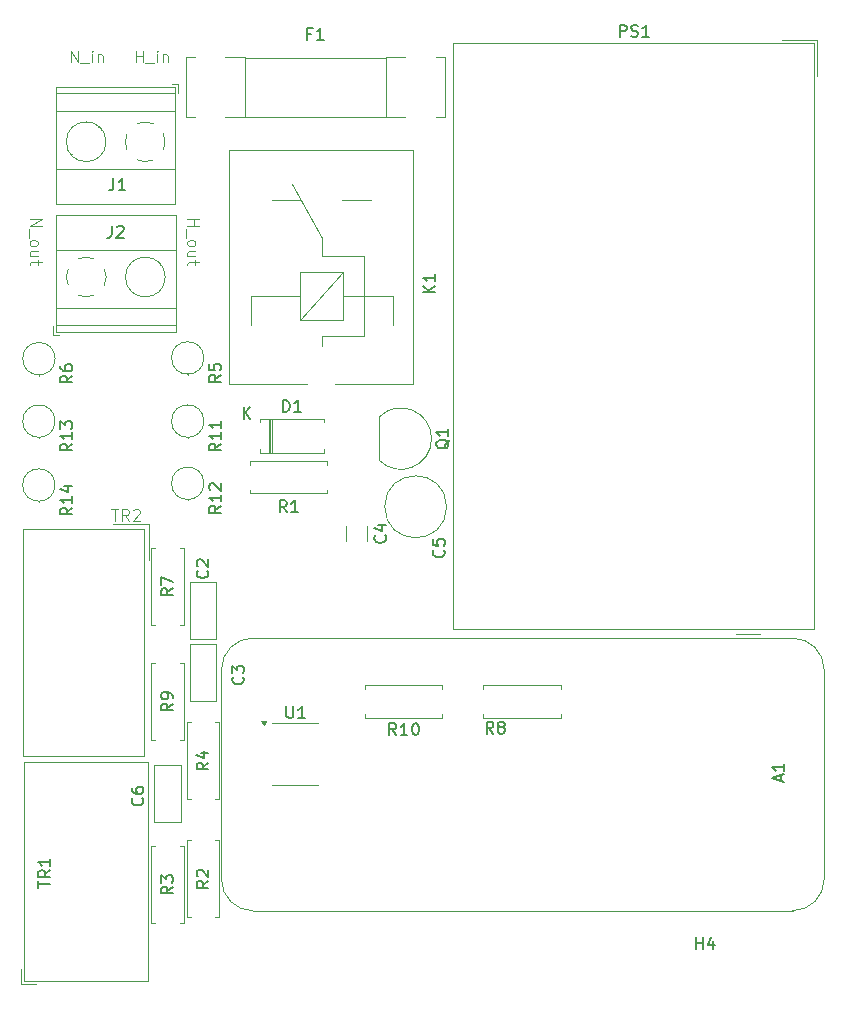
<source format=gbr>
%TF.GenerationSoftware,KiCad,Pcbnew,8.0.7*%
%TF.CreationDate,2025-02-06T20:11:24-08:00*%
%TF.ProjectId,Mains_monitor,4d61696e-735f-46d6-9f6e-69746f722e6b,rev?*%
%TF.SameCoordinates,Original*%
%TF.FileFunction,Legend,Top*%
%TF.FilePolarity,Positive*%
%FSLAX46Y46*%
G04 Gerber Fmt 4.6, Leading zero omitted, Abs format (unit mm)*
G04 Created by KiCad (PCBNEW 8.0.7) date 2025-02-06 20:11:24*
%MOMM*%
%LPD*%
G01*
G04 APERTURE LIST*
%ADD10C,0.100000*%
%ADD11C,0.150000*%
%ADD12C,0.120000*%
G04 APERTURE END LIST*
D10*
X92322480Y-68653884D02*
X93322480Y-68653884D01*
X93322480Y-68653884D02*
X92322480Y-69225312D01*
X92322480Y-69225312D02*
X93322480Y-69225312D01*
X92227242Y-69463408D02*
X92227242Y-70225312D01*
X92322480Y-70606265D02*
X92370100Y-70511027D01*
X92370100Y-70511027D02*
X92417719Y-70463408D01*
X92417719Y-70463408D02*
X92512957Y-70415789D01*
X92512957Y-70415789D02*
X92798671Y-70415789D01*
X92798671Y-70415789D02*
X92893909Y-70463408D01*
X92893909Y-70463408D02*
X92941528Y-70511027D01*
X92941528Y-70511027D02*
X92989147Y-70606265D01*
X92989147Y-70606265D02*
X92989147Y-70749122D01*
X92989147Y-70749122D02*
X92941528Y-70844360D01*
X92941528Y-70844360D02*
X92893909Y-70891979D01*
X92893909Y-70891979D02*
X92798671Y-70939598D01*
X92798671Y-70939598D02*
X92512957Y-70939598D01*
X92512957Y-70939598D02*
X92417719Y-70891979D01*
X92417719Y-70891979D02*
X92370100Y-70844360D01*
X92370100Y-70844360D02*
X92322480Y-70749122D01*
X92322480Y-70749122D02*
X92322480Y-70606265D01*
X92989147Y-71796741D02*
X92322480Y-71796741D01*
X92989147Y-71368170D02*
X92465338Y-71368170D01*
X92465338Y-71368170D02*
X92370100Y-71415789D01*
X92370100Y-71415789D02*
X92322480Y-71511027D01*
X92322480Y-71511027D02*
X92322480Y-71653884D01*
X92322480Y-71653884D02*
X92370100Y-71749122D01*
X92370100Y-71749122D02*
X92417719Y-71796741D01*
X92989147Y-72130075D02*
X92989147Y-72511027D01*
X93322480Y-72272932D02*
X92465338Y-72272932D01*
X92465338Y-72272932D02*
X92370100Y-72320551D01*
X92370100Y-72320551D02*
X92322480Y-72415789D01*
X92322480Y-72415789D02*
X92322480Y-72511027D01*
X95803884Y-55372419D02*
X95803884Y-54372419D01*
X95803884Y-54372419D02*
X96375312Y-55372419D01*
X96375312Y-55372419D02*
X96375312Y-54372419D01*
X96613408Y-55467657D02*
X97375312Y-55467657D01*
X97613408Y-55372419D02*
X97613408Y-54705752D01*
X97613408Y-54372419D02*
X97565789Y-54420038D01*
X97565789Y-54420038D02*
X97613408Y-54467657D01*
X97613408Y-54467657D02*
X97661027Y-54420038D01*
X97661027Y-54420038D02*
X97613408Y-54372419D01*
X97613408Y-54372419D02*
X97613408Y-54467657D01*
X98089598Y-54705752D02*
X98089598Y-55372419D01*
X98089598Y-54800990D02*
X98137217Y-54753371D01*
X98137217Y-54753371D02*
X98232455Y-54705752D01*
X98232455Y-54705752D02*
X98375312Y-54705752D01*
X98375312Y-54705752D02*
X98470550Y-54753371D01*
X98470550Y-54753371D02*
X98518169Y-54848609D01*
X98518169Y-54848609D02*
X98518169Y-55372419D01*
X105677580Y-68653884D02*
X106677580Y-68653884D01*
X106201390Y-68653884D02*
X106201390Y-69225312D01*
X105677580Y-69225312D02*
X106677580Y-69225312D01*
X105582342Y-69463408D02*
X105582342Y-70225312D01*
X105677580Y-70606265D02*
X105725200Y-70511027D01*
X105725200Y-70511027D02*
X105772819Y-70463408D01*
X105772819Y-70463408D02*
X105868057Y-70415789D01*
X105868057Y-70415789D02*
X106153771Y-70415789D01*
X106153771Y-70415789D02*
X106249009Y-70463408D01*
X106249009Y-70463408D02*
X106296628Y-70511027D01*
X106296628Y-70511027D02*
X106344247Y-70606265D01*
X106344247Y-70606265D02*
X106344247Y-70749122D01*
X106344247Y-70749122D02*
X106296628Y-70844360D01*
X106296628Y-70844360D02*
X106249009Y-70891979D01*
X106249009Y-70891979D02*
X106153771Y-70939598D01*
X106153771Y-70939598D02*
X105868057Y-70939598D01*
X105868057Y-70939598D02*
X105772819Y-70891979D01*
X105772819Y-70891979D02*
X105725200Y-70844360D01*
X105725200Y-70844360D02*
X105677580Y-70749122D01*
X105677580Y-70749122D02*
X105677580Y-70606265D01*
X106344247Y-71796741D02*
X105677580Y-71796741D01*
X106344247Y-71368170D02*
X105820438Y-71368170D01*
X105820438Y-71368170D02*
X105725200Y-71415789D01*
X105725200Y-71415789D02*
X105677580Y-71511027D01*
X105677580Y-71511027D02*
X105677580Y-71653884D01*
X105677580Y-71653884D02*
X105725200Y-71749122D01*
X105725200Y-71749122D02*
X105772819Y-71796741D01*
X106344247Y-72130075D02*
X106344247Y-72511027D01*
X106677580Y-72272932D02*
X105820438Y-72272932D01*
X105820438Y-72272932D02*
X105725200Y-72320551D01*
X105725200Y-72320551D02*
X105677580Y-72415789D01*
X105677580Y-72415789D02*
X105677580Y-72511027D01*
X101303884Y-55372419D02*
X101303884Y-54372419D01*
X101303884Y-54848609D02*
X101875312Y-54848609D01*
X101875312Y-55372419D02*
X101875312Y-54372419D01*
X102113408Y-55467657D02*
X102875312Y-55467657D01*
X103113408Y-55372419D02*
X103113408Y-54705752D01*
X103113408Y-54372419D02*
X103065789Y-54420038D01*
X103065789Y-54420038D02*
X103113408Y-54467657D01*
X103113408Y-54467657D02*
X103161027Y-54420038D01*
X103161027Y-54420038D02*
X103113408Y-54372419D01*
X103113408Y-54372419D02*
X103113408Y-54467657D01*
X103589598Y-54705752D02*
X103589598Y-55372419D01*
X103589598Y-54800990D02*
X103637217Y-54753371D01*
X103637217Y-54753371D02*
X103732455Y-54705752D01*
X103732455Y-54705752D02*
X103875312Y-54705752D01*
X103875312Y-54705752D02*
X103970550Y-54753371D01*
X103970550Y-54753371D02*
X104018169Y-54848609D01*
X104018169Y-54848609D02*
X104018169Y-55372419D01*
D11*
X127860057Y-87325238D02*
X127812438Y-87420476D01*
X127812438Y-87420476D02*
X127717200Y-87515714D01*
X127717200Y-87515714D02*
X127574342Y-87658571D01*
X127574342Y-87658571D02*
X127526723Y-87753809D01*
X127526723Y-87753809D02*
X127526723Y-87849047D01*
X127764819Y-87801428D02*
X127717200Y-87896666D01*
X127717200Y-87896666D02*
X127621961Y-87991904D01*
X127621961Y-87991904D02*
X127431485Y-88039523D01*
X127431485Y-88039523D02*
X127098152Y-88039523D01*
X127098152Y-88039523D02*
X126907676Y-87991904D01*
X126907676Y-87991904D02*
X126812438Y-87896666D01*
X126812438Y-87896666D02*
X126764819Y-87801428D01*
X126764819Y-87801428D02*
X126764819Y-87610952D01*
X126764819Y-87610952D02*
X126812438Y-87515714D01*
X126812438Y-87515714D02*
X126907676Y-87420476D01*
X126907676Y-87420476D02*
X127098152Y-87372857D01*
X127098152Y-87372857D02*
X127431485Y-87372857D01*
X127431485Y-87372857D02*
X127621961Y-87420476D01*
X127621961Y-87420476D02*
X127717200Y-87515714D01*
X127717200Y-87515714D02*
X127764819Y-87610952D01*
X127764819Y-87610952D02*
X127764819Y-87801428D01*
X127764819Y-86420476D02*
X127764819Y-86991904D01*
X127764819Y-86706190D02*
X126764819Y-86706190D01*
X126764819Y-86706190D02*
X126907676Y-86801428D01*
X126907676Y-86801428D02*
X127002914Y-86896666D01*
X127002914Y-86896666D02*
X127050533Y-86991904D01*
X99416666Y-65204819D02*
X99416666Y-65919104D01*
X99416666Y-65919104D02*
X99369047Y-66061961D01*
X99369047Y-66061961D02*
X99273809Y-66157200D01*
X99273809Y-66157200D02*
X99130952Y-66204819D01*
X99130952Y-66204819D02*
X99035714Y-66204819D01*
X100416666Y-66204819D02*
X99845238Y-66204819D01*
X100130952Y-66204819D02*
X100130952Y-65204819D01*
X100130952Y-65204819D02*
X100035714Y-65347676D01*
X100035714Y-65347676D02*
X99940476Y-65442914D01*
X99940476Y-65442914D02*
X99845238Y-65490533D01*
X95924819Y-87662857D02*
X95448628Y-87996190D01*
X95924819Y-88234285D02*
X94924819Y-88234285D01*
X94924819Y-88234285D02*
X94924819Y-87853333D01*
X94924819Y-87853333D02*
X94972438Y-87758095D01*
X94972438Y-87758095D02*
X95020057Y-87710476D01*
X95020057Y-87710476D02*
X95115295Y-87662857D01*
X95115295Y-87662857D02*
X95258152Y-87662857D01*
X95258152Y-87662857D02*
X95353390Y-87710476D01*
X95353390Y-87710476D02*
X95401009Y-87758095D01*
X95401009Y-87758095D02*
X95448628Y-87853333D01*
X95448628Y-87853333D02*
X95448628Y-88234285D01*
X95924819Y-86710476D02*
X95924819Y-87281904D01*
X95924819Y-86996190D02*
X94924819Y-86996190D01*
X94924819Y-86996190D02*
X95067676Y-87091428D01*
X95067676Y-87091428D02*
X95162914Y-87186666D01*
X95162914Y-87186666D02*
X95210533Y-87281904D01*
X94924819Y-86377142D02*
X94924819Y-85758095D01*
X94924819Y-85758095D02*
X95305771Y-86091428D01*
X95305771Y-86091428D02*
X95305771Y-85948571D01*
X95305771Y-85948571D02*
X95353390Y-85853333D01*
X95353390Y-85853333D02*
X95401009Y-85805714D01*
X95401009Y-85805714D02*
X95496247Y-85758095D01*
X95496247Y-85758095D02*
X95734342Y-85758095D01*
X95734342Y-85758095D02*
X95829580Y-85805714D01*
X95829580Y-85805714D02*
X95877200Y-85853333D01*
X95877200Y-85853333D02*
X95924819Y-85948571D01*
X95924819Y-85948571D02*
X95924819Y-86234285D01*
X95924819Y-86234285D02*
X95877200Y-86329523D01*
X95877200Y-86329523D02*
X95829580Y-86377142D01*
X95924819Y-81896666D02*
X95448628Y-82229999D01*
X95924819Y-82468094D02*
X94924819Y-82468094D01*
X94924819Y-82468094D02*
X94924819Y-82087142D01*
X94924819Y-82087142D02*
X94972438Y-81991904D01*
X94972438Y-81991904D02*
X95020057Y-81944285D01*
X95020057Y-81944285D02*
X95115295Y-81896666D01*
X95115295Y-81896666D02*
X95258152Y-81896666D01*
X95258152Y-81896666D02*
X95353390Y-81944285D01*
X95353390Y-81944285D02*
X95401009Y-81991904D01*
X95401009Y-81991904D02*
X95448628Y-82087142D01*
X95448628Y-82087142D02*
X95448628Y-82468094D01*
X94924819Y-81039523D02*
X94924819Y-81229999D01*
X94924819Y-81229999D02*
X94972438Y-81325237D01*
X94972438Y-81325237D02*
X95020057Y-81372856D01*
X95020057Y-81372856D02*
X95162914Y-81468094D01*
X95162914Y-81468094D02*
X95353390Y-81515713D01*
X95353390Y-81515713D02*
X95734342Y-81515713D01*
X95734342Y-81515713D02*
X95829580Y-81468094D01*
X95829580Y-81468094D02*
X95877200Y-81420475D01*
X95877200Y-81420475D02*
X95924819Y-81325237D01*
X95924819Y-81325237D02*
X95924819Y-81134761D01*
X95924819Y-81134761D02*
X95877200Y-81039523D01*
X95877200Y-81039523D02*
X95829580Y-80991904D01*
X95829580Y-80991904D02*
X95734342Y-80944285D01*
X95734342Y-80944285D02*
X95496247Y-80944285D01*
X95496247Y-80944285D02*
X95401009Y-80991904D01*
X95401009Y-80991904D02*
X95353390Y-81039523D01*
X95353390Y-81039523D02*
X95305771Y-81134761D01*
X95305771Y-81134761D02*
X95305771Y-81325237D01*
X95305771Y-81325237D02*
X95353390Y-81420475D01*
X95353390Y-81420475D02*
X95401009Y-81468094D01*
X95401009Y-81468094D02*
X95496247Y-81515713D01*
X142285714Y-53204819D02*
X142285714Y-52204819D01*
X142285714Y-52204819D02*
X142666666Y-52204819D01*
X142666666Y-52204819D02*
X142761904Y-52252438D01*
X142761904Y-52252438D02*
X142809523Y-52300057D01*
X142809523Y-52300057D02*
X142857142Y-52395295D01*
X142857142Y-52395295D02*
X142857142Y-52538152D01*
X142857142Y-52538152D02*
X142809523Y-52633390D01*
X142809523Y-52633390D02*
X142761904Y-52681009D01*
X142761904Y-52681009D02*
X142666666Y-52728628D01*
X142666666Y-52728628D02*
X142285714Y-52728628D01*
X143238095Y-53157200D02*
X143380952Y-53204819D01*
X143380952Y-53204819D02*
X143619047Y-53204819D01*
X143619047Y-53204819D02*
X143714285Y-53157200D01*
X143714285Y-53157200D02*
X143761904Y-53109580D01*
X143761904Y-53109580D02*
X143809523Y-53014342D01*
X143809523Y-53014342D02*
X143809523Y-52919104D01*
X143809523Y-52919104D02*
X143761904Y-52823866D01*
X143761904Y-52823866D02*
X143714285Y-52776247D01*
X143714285Y-52776247D02*
X143619047Y-52728628D01*
X143619047Y-52728628D02*
X143428571Y-52681009D01*
X143428571Y-52681009D02*
X143333333Y-52633390D01*
X143333333Y-52633390D02*
X143285714Y-52585771D01*
X143285714Y-52585771D02*
X143238095Y-52490533D01*
X143238095Y-52490533D02*
X143238095Y-52395295D01*
X143238095Y-52395295D02*
X143285714Y-52300057D01*
X143285714Y-52300057D02*
X143333333Y-52252438D01*
X143333333Y-52252438D02*
X143428571Y-52204819D01*
X143428571Y-52204819D02*
X143666666Y-52204819D01*
X143666666Y-52204819D02*
X143809523Y-52252438D01*
X144761904Y-53204819D02*
X144190476Y-53204819D01*
X144476190Y-53204819D02*
X144476190Y-52204819D01*
X144476190Y-52204819D02*
X144380952Y-52347676D01*
X144380952Y-52347676D02*
X144285714Y-52442914D01*
X144285714Y-52442914D02*
X144190476Y-52490533D01*
X126654819Y-74838094D02*
X125654819Y-74838094D01*
X126654819Y-74266666D02*
X126083390Y-74695237D01*
X125654819Y-74266666D02*
X126226247Y-74838094D01*
X126654819Y-73314285D02*
X126654819Y-73885713D01*
X126654819Y-73599999D02*
X125654819Y-73599999D01*
X125654819Y-73599999D02*
X125797676Y-73695237D01*
X125797676Y-73695237D02*
X125892914Y-73790475D01*
X125892914Y-73790475D02*
X125940533Y-73885713D01*
X127359580Y-96666666D02*
X127407200Y-96714285D01*
X127407200Y-96714285D02*
X127454819Y-96857142D01*
X127454819Y-96857142D02*
X127454819Y-96952380D01*
X127454819Y-96952380D02*
X127407200Y-97095237D01*
X127407200Y-97095237D02*
X127311961Y-97190475D01*
X127311961Y-97190475D02*
X127216723Y-97238094D01*
X127216723Y-97238094D02*
X127026247Y-97285713D01*
X127026247Y-97285713D02*
X126883390Y-97285713D01*
X126883390Y-97285713D02*
X126692914Y-97238094D01*
X126692914Y-97238094D02*
X126597676Y-97190475D01*
X126597676Y-97190475D02*
X126502438Y-97095237D01*
X126502438Y-97095237D02*
X126454819Y-96952380D01*
X126454819Y-96952380D02*
X126454819Y-96857142D01*
X126454819Y-96857142D02*
X126502438Y-96714285D01*
X126502438Y-96714285D02*
X126550057Y-96666666D01*
X126454819Y-95761904D02*
X126454819Y-96238094D01*
X126454819Y-96238094D02*
X126931009Y-96285713D01*
X126931009Y-96285713D02*
X126883390Y-96238094D01*
X126883390Y-96238094D02*
X126835771Y-96142856D01*
X126835771Y-96142856D02*
X126835771Y-95904761D01*
X126835771Y-95904761D02*
X126883390Y-95809523D01*
X126883390Y-95809523D02*
X126931009Y-95761904D01*
X126931009Y-95761904D02*
X127026247Y-95714285D01*
X127026247Y-95714285D02*
X127264342Y-95714285D01*
X127264342Y-95714285D02*
X127359580Y-95761904D01*
X127359580Y-95761904D02*
X127407200Y-95809523D01*
X127407200Y-95809523D02*
X127454819Y-95904761D01*
X127454819Y-95904761D02*
X127454819Y-96142856D01*
X127454819Y-96142856D02*
X127407200Y-96238094D01*
X127407200Y-96238094D02*
X127359580Y-96285713D01*
X107359580Y-98416666D02*
X107407200Y-98464285D01*
X107407200Y-98464285D02*
X107454819Y-98607142D01*
X107454819Y-98607142D02*
X107454819Y-98702380D01*
X107454819Y-98702380D02*
X107407200Y-98845237D01*
X107407200Y-98845237D02*
X107311961Y-98940475D01*
X107311961Y-98940475D02*
X107216723Y-98988094D01*
X107216723Y-98988094D02*
X107026247Y-99035713D01*
X107026247Y-99035713D02*
X106883390Y-99035713D01*
X106883390Y-99035713D02*
X106692914Y-98988094D01*
X106692914Y-98988094D02*
X106597676Y-98940475D01*
X106597676Y-98940475D02*
X106502438Y-98845237D01*
X106502438Y-98845237D02*
X106454819Y-98702380D01*
X106454819Y-98702380D02*
X106454819Y-98607142D01*
X106454819Y-98607142D02*
X106502438Y-98464285D01*
X106502438Y-98464285D02*
X106550057Y-98416666D01*
X106550057Y-98035713D02*
X106502438Y-97988094D01*
X106502438Y-97988094D02*
X106454819Y-97892856D01*
X106454819Y-97892856D02*
X106454819Y-97654761D01*
X106454819Y-97654761D02*
X106502438Y-97559523D01*
X106502438Y-97559523D02*
X106550057Y-97511904D01*
X106550057Y-97511904D02*
X106645295Y-97464285D01*
X106645295Y-97464285D02*
X106740533Y-97464285D01*
X106740533Y-97464285D02*
X106883390Y-97511904D01*
X106883390Y-97511904D02*
X107454819Y-98083332D01*
X107454819Y-98083332D02*
X107454819Y-97464285D01*
X131583333Y-112204819D02*
X131250000Y-111728628D01*
X131011905Y-112204819D02*
X131011905Y-111204819D01*
X131011905Y-111204819D02*
X131392857Y-111204819D01*
X131392857Y-111204819D02*
X131488095Y-111252438D01*
X131488095Y-111252438D02*
X131535714Y-111300057D01*
X131535714Y-111300057D02*
X131583333Y-111395295D01*
X131583333Y-111395295D02*
X131583333Y-111538152D01*
X131583333Y-111538152D02*
X131535714Y-111633390D01*
X131535714Y-111633390D02*
X131488095Y-111681009D01*
X131488095Y-111681009D02*
X131392857Y-111728628D01*
X131392857Y-111728628D02*
X131011905Y-111728628D01*
X132154762Y-111633390D02*
X132059524Y-111585771D01*
X132059524Y-111585771D02*
X132011905Y-111538152D01*
X132011905Y-111538152D02*
X131964286Y-111442914D01*
X131964286Y-111442914D02*
X131964286Y-111395295D01*
X131964286Y-111395295D02*
X132011905Y-111300057D01*
X132011905Y-111300057D02*
X132059524Y-111252438D01*
X132059524Y-111252438D02*
X132154762Y-111204819D01*
X132154762Y-111204819D02*
X132345238Y-111204819D01*
X132345238Y-111204819D02*
X132440476Y-111252438D01*
X132440476Y-111252438D02*
X132488095Y-111300057D01*
X132488095Y-111300057D02*
X132535714Y-111395295D01*
X132535714Y-111395295D02*
X132535714Y-111442914D01*
X132535714Y-111442914D02*
X132488095Y-111538152D01*
X132488095Y-111538152D02*
X132440476Y-111585771D01*
X132440476Y-111585771D02*
X132345238Y-111633390D01*
X132345238Y-111633390D02*
X132154762Y-111633390D01*
X132154762Y-111633390D02*
X132059524Y-111681009D01*
X132059524Y-111681009D02*
X132011905Y-111728628D01*
X132011905Y-111728628D02*
X131964286Y-111823866D01*
X131964286Y-111823866D02*
X131964286Y-112014342D01*
X131964286Y-112014342D02*
X132011905Y-112109580D01*
X132011905Y-112109580D02*
X132059524Y-112157200D01*
X132059524Y-112157200D02*
X132154762Y-112204819D01*
X132154762Y-112204819D02*
X132345238Y-112204819D01*
X132345238Y-112204819D02*
X132440476Y-112157200D01*
X132440476Y-112157200D02*
X132488095Y-112109580D01*
X132488095Y-112109580D02*
X132535714Y-112014342D01*
X132535714Y-112014342D02*
X132535714Y-111823866D01*
X132535714Y-111823866D02*
X132488095Y-111728628D01*
X132488095Y-111728628D02*
X132440476Y-111681009D01*
X132440476Y-111681009D02*
X132345238Y-111633390D01*
X114083333Y-93454819D02*
X113750000Y-92978628D01*
X113511905Y-93454819D02*
X113511905Y-92454819D01*
X113511905Y-92454819D02*
X113892857Y-92454819D01*
X113892857Y-92454819D02*
X113988095Y-92502438D01*
X113988095Y-92502438D02*
X114035714Y-92550057D01*
X114035714Y-92550057D02*
X114083333Y-92645295D01*
X114083333Y-92645295D02*
X114083333Y-92788152D01*
X114083333Y-92788152D02*
X114035714Y-92883390D01*
X114035714Y-92883390D02*
X113988095Y-92931009D01*
X113988095Y-92931009D02*
X113892857Y-92978628D01*
X113892857Y-92978628D02*
X113511905Y-92978628D01*
X115035714Y-93454819D02*
X114464286Y-93454819D01*
X114750000Y-93454819D02*
X114750000Y-92454819D01*
X114750000Y-92454819D02*
X114654762Y-92597676D01*
X114654762Y-92597676D02*
X114559524Y-92692914D01*
X114559524Y-92692914D02*
X114464286Y-92740533D01*
X104454819Y-99916666D02*
X103978628Y-100249999D01*
X104454819Y-100488094D02*
X103454819Y-100488094D01*
X103454819Y-100488094D02*
X103454819Y-100107142D01*
X103454819Y-100107142D02*
X103502438Y-100011904D01*
X103502438Y-100011904D02*
X103550057Y-99964285D01*
X103550057Y-99964285D02*
X103645295Y-99916666D01*
X103645295Y-99916666D02*
X103788152Y-99916666D01*
X103788152Y-99916666D02*
X103883390Y-99964285D01*
X103883390Y-99964285D02*
X103931009Y-100011904D01*
X103931009Y-100011904D02*
X103978628Y-100107142D01*
X103978628Y-100107142D02*
X103978628Y-100488094D01*
X103454819Y-99583332D02*
X103454819Y-98916666D01*
X103454819Y-98916666D02*
X104454819Y-99345237D01*
X116166666Y-52931009D02*
X115833333Y-52931009D01*
X115833333Y-53454819D02*
X115833333Y-52454819D01*
X115833333Y-52454819D02*
X116309523Y-52454819D01*
X117214285Y-53454819D02*
X116642857Y-53454819D01*
X116928571Y-53454819D02*
X116928571Y-52454819D01*
X116928571Y-52454819D02*
X116833333Y-52597676D01*
X116833333Y-52597676D02*
X116738095Y-52692914D01*
X116738095Y-52692914D02*
X116642857Y-52740533D01*
X95924819Y-93067857D02*
X95448628Y-93401190D01*
X95924819Y-93639285D02*
X94924819Y-93639285D01*
X94924819Y-93639285D02*
X94924819Y-93258333D01*
X94924819Y-93258333D02*
X94972438Y-93163095D01*
X94972438Y-93163095D02*
X95020057Y-93115476D01*
X95020057Y-93115476D02*
X95115295Y-93067857D01*
X95115295Y-93067857D02*
X95258152Y-93067857D01*
X95258152Y-93067857D02*
X95353390Y-93115476D01*
X95353390Y-93115476D02*
X95401009Y-93163095D01*
X95401009Y-93163095D02*
X95448628Y-93258333D01*
X95448628Y-93258333D02*
X95448628Y-93639285D01*
X95924819Y-92115476D02*
X95924819Y-92686904D01*
X95924819Y-92401190D02*
X94924819Y-92401190D01*
X94924819Y-92401190D02*
X95067676Y-92496428D01*
X95067676Y-92496428D02*
X95162914Y-92591666D01*
X95162914Y-92591666D02*
X95210533Y-92686904D01*
X95258152Y-91258333D02*
X95924819Y-91258333D01*
X94877200Y-91496428D02*
X95591485Y-91734523D01*
X95591485Y-91734523D02*
X95591485Y-91115476D01*
X155919104Y-116214285D02*
X155919104Y-115738095D01*
X156204819Y-116309523D02*
X155204819Y-115976190D01*
X155204819Y-115976190D02*
X156204819Y-115642857D01*
X156204819Y-114785714D02*
X156204819Y-115357142D01*
X156204819Y-115071428D02*
X155204819Y-115071428D01*
X155204819Y-115071428D02*
X155347676Y-115166666D01*
X155347676Y-115166666D02*
X155442914Y-115261904D01*
X155442914Y-115261904D02*
X155490533Y-115357142D01*
X122409580Y-95416666D02*
X122457200Y-95464285D01*
X122457200Y-95464285D02*
X122504819Y-95607142D01*
X122504819Y-95607142D02*
X122504819Y-95702380D01*
X122504819Y-95702380D02*
X122457200Y-95845237D01*
X122457200Y-95845237D02*
X122361961Y-95940475D01*
X122361961Y-95940475D02*
X122266723Y-95988094D01*
X122266723Y-95988094D02*
X122076247Y-96035713D01*
X122076247Y-96035713D02*
X121933390Y-96035713D01*
X121933390Y-96035713D02*
X121742914Y-95988094D01*
X121742914Y-95988094D02*
X121647676Y-95940475D01*
X121647676Y-95940475D02*
X121552438Y-95845237D01*
X121552438Y-95845237D02*
X121504819Y-95702380D01*
X121504819Y-95702380D02*
X121504819Y-95607142D01*
X121504819Y-95607142D02*
X121552438Y-95464285D01*
X121552438Y-95464285D02*
X121600057Y-95416666D01*
X121838152Y-94559523D02*
X122504819Y-94559523D01*
X121457200Y-94797618D02*
X122171485Y-95035713D01*
X122171485Y-95035713D02*
X122171485Y-94416666D01*
X108524819Y-92927857D02*
X108048628Y-93261190D01*
X108524819Y-93499285D02*
X107524819Y-93499285D01*
X107524819Y-93499285D02*
X107524819Y-93118333D01*
X107524819Y-93118333D02*
X107572438Y-93023095D01*
X107572438Y-93023095D02*
X107620057Y-92975476D01*
X107620057Y-92975476D02*
X107715295Y-92927857D01*
X107715295Y-92927857D02*
X107858152Y-92927857D01*
X107858152Y-92927857D02*
X107953390Y-92975476D01*
X107953390Y-92975476D02*
X108001009Y-93023095D01*
X108001009Y-93023095D02*
X108048628Y-93118333D01*
X108048628Y-93118333D02*
X108048628Y-93499285D01*
X108524819Y-91975476D02*
X108524819Y-92546904D01*
X108524819Y-92261190D02*
X107524819Y-92261190D01*
X107524819Y-92261190D02*
X107667676Y-92356428D01*
X107667676Y-92356428D02*
X107762914Y-92451666D01*
X107762914Y-92451666D02*
X107810533Y-92546904D01*
X107620057Y-91594523D02*
X107572438Y-91546904D01*
X107572438Y-91546904D02*
X107524819Y-91451666D01*
X107524819Y-91451666D02*
X107524819Y-91213571D01*
X107524819Y-91213571D02*
X107572438Y-91118333D01*
X107572438Y-91118333D02*
X107620057Y-91070714D01*
X107620057Y-91070714D02*
X107715295Y-91023095D01*
X107715295Y-91023095D02*
X107810533Y-91023095D01*
X107810533Y-91023095D02*
X107953390Y-91070714D01*
X107953390Y-91070714D02*
X108524819Y-91642142D01*
X108524819Y-91642142D02*
X108524819Y-91023095D01*
X107454819Y-124666666D02*
X106978628Y-124999999D01*
X107454819Y-125238094D02*
X106454819Y-125238094D01*
X106454819Y-125238094D02*
X106454819Y-124857142D01*
X106454819Y-124857142D02*
X106502438Y-124761904D01*
X106502438Y-124761904D02*
X106550057Y-124714285D01*
X106550057Y-124714285D02*
X106645295Y-124666666D01*
X106645295Y-124666666D02*
X106788152Y-124666666D01*
X106788152Y-124666666D02*
X106883390Y-124714285D01*
X106883390Y-124714285D02*
X106931009Y-124761904D01*
X106931009Y-124761904D02*
X106978628Y-124857142D01*
X106978628Y-124857142D02*
X106978628Y-125238094D01*
X106550057Y-124285713D02*
X106502438Y-124238094D01*
X106502438Y-124238094D02*
X106454819Y-124142856D01*
X106454819Y-124142856D02*
X106454819Y-123904761D01*
X106454819Y-123904761D02*
X106502438Y-123809523D01*
X106502438Y-123809523D02*
X106550057Y-123761904D01*
X106550057Y-123761904D02*
X106645295Y-123714285D01*
X106645295Y-123714285D02*
X106740533Y-123714285D01*
X106740533Y-123714285D02*
X106883390Y-123761904D01*
X106883390Y-123761904D02*
X107454819Y-124333332D01*
X107454819Y-124333332D02*
X107454819Y-123714285D01*
X93067319Y-125249404D02*
X93067319Y-124677976D01*
X94067319Y-124963690D02*
X93067319Y-124963690D01*
X94067319Y-123773214D02*
X93591128Y-124106547D01*
X94067319Y-124344642D02*
X93067319Y-124344642D01*
X93067319Y-124344642D02*
X93067319Y-123963690D01*
X93067319Y-123963690D02*
X93114938Y-123868452D01*
X93114938Y-123868452D02*
X93162557Y-123820833D01*
X93162557Y-123820833D02*
X93257795Y-123773214D01*
X93257795Y-123773214D02*
X93400652Y-123773214D01*
X93400652Y-123773214D02*
X93495890Y-123820833D01*
X93495890Y-123820833D02*
X93543509Y-123868452D01*
X93543509Y-123868452D02*
X93591128Y-123963690D01*
X93591128Y-123963690D02*
X93591128Y-124344642D01*
X94067319Y-122820833D02*
X94067319Y-123392261D01*
X94067319Y-123106547D02*
X93067319Y-123106547D01*
X93067319Y-123106547D02*
X93210176Y-123201785D01*
X93210176Y-123201785D02*
X93305414Y-123297023D01*
X93305414Y-123297023D02*
X93353033Y-123392261D01*
X108524819Y-87662857D02*
X108048628Y-87996190D01*
X108524819Y-88234285D02*
X107524819Y-88234285D01*
X107524819Y-88234285D02*
X107524819Y-87853333D01*
X107524819Y-87853333D02*
X107572438Y-87758095D01*
X107572438Y-87758095D02*
X107620057Y-87710476D01*
X107620057Y-87710476D02*
X107715295Y-87662857D01*
X107715295Y-87662857D02*
X107858152Y-87662857D01*
X107858152Y-87662857D02*
X107953390Y-87710476D01*
X107953390Y-87710476D02*
X108001009Y-87758095D01*
X108001009Y-87758095D02*
X108048628Y-87853333D01*
X108048628Y-87853333D02*
X108048628Y-88234285D01*
X108524819Y-86710476D02*
X108524819Y-87281904D01*
X108524819Y-86996190D02*
X107524819Y-86996190D01*
X107524819Y-86996190D02*
X107667676Y-87091428D01*
X107667676Y-87091428D02*
X107762914Y-87186666D01*
X107762914Y-87186666D02*
X107810533Y-87281904D01*
X108524819Y-85758095D02*
X108524819Y-86329523D01*
X108524819Y-86043809D02*
X107524819Y-86043809D01*
X107524819Y-86043809D02*
X107667676Y-86139047D01*
X107667676Y-86139047D02*
X107762914Y-86234285D01*
X107762914Y-86234285D02*
X107810533Y-86329523D01*
X123357142Y-112324819D02*
X123023809Y-111848628D01*
X122785714Y-112324819D02*
X122785714Y-111324819D01*
X122785714Y-111324819D02*
X123166666Y-111324819D01*
X123166666Y-111324819D02*
X123261904Y-111372438D01*
X123261904Y-111372438D02*
X123309523Y-111420057D01*
X123309523Y-111420057D02*
X123357142Y-111515295D01*
X123357142Y-111515295D02*
X123357142Y-111658152D01*
X123357142Y-111658152D02*
X123309523Y-111753390D01*
X123309523Y-111753390D02*
X123261904Y-111801009D01*
X123261904Y-111801009D02*
X123166666Y-111848628D01*
X123166666Y-111848628D02*
X122785714Y-111848628D01*
X124309523Y-112324819D02*
X123738095Y-112324819D01*
X124023809Y-112324819D02*
X124023809Y-111324819D01*
X124023809Y-111324819D02*
X123928571Y-111467676D01*
X123928571Y-111467676D02*
X123833333Y-111562914D01*
X123833333Y-111562914D02*
X123738095Y-111610533D01*
X124928571Y-111324819D02*
X125023809Y-111324819D01*
X125023809Y-111324819D02*
X125119047Y-111372438D01*
X125119047Y-111372438D02*
X125166666Y-111420057D01*
X125166666Y-111420057D02*
X125214285Y-111515295D01*
X125214285Y-111515295D02*
X125261904Y-111705771D01*
X125261904Y-111705771D02*
X125261904Y-111943866D01*
X125261904Y-111943866D02*
X125214285Y-112134342D01*
X125214285Y-112134342D02*
X125166666Y-112229580D01*
X125166666Y-112229580D02*
X125119047Y-112277200D01*
X125119047Y-112277200D02*
X125023809Y-112324819D01*
X125023809Y-112324819D02*
X124928571Y-112324819D01*
X124928571Y-112324819D02*
X124833333Y-112277200D01*
X124833333Y-112277200D02*
X124785714Y-112229580D01*
X124785714Y-112229580D02*
X124738095Y-112134342D01*
X124738095Y-112134342D02*
X124690476Y-111943866D01*
X124690476Y-111943866D02*
X124690476Y-111705771D01*
X124690476Y-111705771D02*
X124738095Y-111515295D01*
X124738095Y-111515295D02*
X124785714Y-111420057D01*
X124785714Y-111420057D02*
X124833333Y-111372438D01*
X124833333Y-111372438D02*
X124928571Y-111324819D01*
X113761905Y-84954819D02*
X113761905Y-83954819D01*
X113761905Y-83954819D02*
X114000000Y-83954819D01*
X114000000Y-83954819D02*
X114142857Y-84002438D01*
X114142857Y-84002438D02*
X114238095Y-84097676D01*
X114238095Y-84097676D02*
X114285714Y-84192914D01*
X114285714Y-84192914D02*
X114333333Y-84383390D01*
X114333333Y-84383390D02*
X114333333Y-84526247D01*
X114333333Y-84526247D02*
X114285714Y-84716723D01*
X114285714Y-84716723D02*
X114238095Y-84811961D01*
X114238095Y-84811961D02*
X114142857Y-84907200D01*
X114142857Y-84907200D02*
X114000000Y-84954819D01*
X114000000Y-84954819D02*
X113761905Y-84954819D01*
X115285714Y-84954819D02*
X114714286Y-84954819D01*
X115000000Y-84954819D02*
X115000000Y-83954819D01*
X115000000Y-83954819D02*
X114904762Y-84097676D01*
X114904762Y-84097676D02*
X114809524Y-84192914D01*
X114809524Y-84192914D02*
X114714286Y-84240533D01*
X110428095Y-85554819D02*
X110428095Y-84554819D01*
X110999523Y-85554819D02*
X110570952Y-84983390D01*
X110999523Y-84554819D02*
X110428095Y-85126247D01*
X110359580Y-107416666D02*
X110407200Y-107464285D01*
X110407200Y-107464285D02*
X110454819Y-107607142D01*
X110454819Y-107607142D02*
X110454819Y-107702380D01*
X110454819Y-107702380D02*
X110407200Y-107845237D01*
X110407200Y-107845237D02*
X110311961Y-107940475D01*
X110311961Y-107940475D02*
X110216723Y-107988094D01*
X110216723Y-107988094D02*
X110026247Y-108035713D01*
X110026247Y-108035713D02*
X109883390Y-108035713D01*
X109883390Y-108035713D02*
X109692914Y-107988094D01*
X109692914Y-107988094D02*
X109597676Y-107940475D01*
X109597676Y-107940475D02*
X109502438Y-107845237D01*
X109502438Y-107845237D02*
X109454819Y-107702380D01*
X109454819Y-107702380D02*
X109454819Y-107607142D01*
X109454819Y-107607142D02*
X109502438Y-107464285D01*
X109502438Y-107464285D02*
X109550057Y-107416666D01*
X109454819Y-107083332D02*
X109454819Y-106464285D01*
X109454819Y-106464285D02*
X109835771Y-106797618D01*
X109835771Y-106797618D02*
X109835771Y-106654761D01*
X109835771Y-106654761D02*
X109883390Y-106559523D01*
X109883390Y-106559523D02*
X109931009Y-106511904D01*
X109931009Y-106511904D02*
X110026247Y-106464285D01*
X110026247Y-106464285D02*
X110264342Y-106464285D01*
X110264342Y-106464285D02*
X110359580Y-106511904D01*
X110359580Y-106511904D02*
X110407200Y-106559523D01*
X110407200Y-106559523D02*
X110454819Y-106654761D01*
X110454819Y-106654761D02*
X110454819Y-106940475D01*
X110454819Y-106940475D02*
X110407200Y-107035713D01*
X110407200Y-107035713D02*
X110359580Y-107083332D01*
X114063095Y-109879819D02*
X114063095Y-110689342D01*
X114063095Y-110689342D02*
X114110714Y-110784580D01*
X114110714Y-110784580D02*
X114158333Y-110832200D01*
X114158333Y-110832200D02*
X114253571Y-110879819D01*
X114253571Y-110879819D02*
X114444047Y-110879819D01*
X114444047Y-110879819D02*
X114539285Y-110832200D01*
X114539285Y-110832200D02*
X114586904Y-110784580D01*
X114586904Y-110784580D02*
X114634523Y-110689342D01*
X114634523Y-110689342D02*
X114634523Y-109879819D01*
X115634523Y-110879819D02*
X115063095Y-110879819D01*
X115348809Y-110879819D02*
X115348809Y-109879819D01*
X115348809Y-109879819D02*
X115253571Y-110022676D01*
X115253571Y-110022676D02*
X115158333Y-110117914D01*
X115158333Y-110117914D02*
X115063095Y-110165533D01*
X104454819Y-109666666D02*
X103978628Y-109999999D01*
X104454819Y-110238094D02*
X103454819Y-110238094D01*
X103454819Y-110238094D02*
X103454819Y-109857142D01*
X103454819Y-109857142D02*
X103502438Y-109761904D01*
X103502438Y-109761904D02*
X103550057Y-109714285D01*
X103550057Y-109714285D02*
X103645295Y-109666666D01*
X103645295Y-109666666D02*
X103788152Y-109666666D01*
X103788152Y-109666666D02*
X103883390Y-109714285D01*
X103883390Y-109714285D02*
X103931009Y-109761904D01*
X103931009Y-109761904D02*
X103978628Y-109857142D01*
X103978628Y-109857142D02*
X103978628Y-110238094D01*
X104454819Y-109190475D02*
X104454819Y-108999999D01*
X104454819Y-108999999D02*
X104407200Y-108904761D01*
X104407200Y-108904761D02*
X104359580Y-108857142D01*
X104359580Y-108857142D02*
X104216723Y-108761904D01*
X104216723Y-108761904D02*
X104026247Y-108714285D01*
X104026247Y-108714285D02*
X103645295Y-108714285D01*
X103645295Y-108714285D02*
X103550057Y-108761904D01*
X103550057Y-108761904D02*
X103502438Y-108809523D01*
X103502438Y-108809523D02*
X103454819Y-108904761D01*
X103454819Y-108904761D02*
X103454819Y-109095237D01*
X103454819Y-109095237D02*
X103502438Y-109190475D01*
X103502438Y-109190475D02*
X103550057Y-109238094D01*
X103550057Y-109238094D02*
X103645295Y-109285713D01*
X103645295Y-109285713D02*
X103883390Y-109285713D01*
X103883390Y-109285713D02*
X103978628Y-109238094D01*
X103978628Y-109238094D02*
X104026247Y-109190475D01*
X104026247Y-109190475D02*
X104073866Y-109095237D01*
X104073866Y-109095237D02*
X104073866Y-108904761D01*
X104073866Y-108904761D02*
X104026247Y-108809523D01*
X104026247Y-108809523D02*
X103978628Y-108761904D01*
X103978628Y-108761904D02*
X103883390Y-108714285D01*
X107454819Y-114666666D02*
X106978628Y-114999999D01*
X107454819Y-115238094D02*
X106454819Y-115238094D01*
X106454819Y-115238094D02*
X106454819Y-114857142D01*
X106454819Y-114857142D02*
X106502438Y-114761904D01*
X106502438Y-114761904D02*
X106550057Y-114714285D01*
X106550057Y-114714285D02*
X106645295Y-114666666D01*
X106645295Y-114666666D02*
X106788152Y-114666666D01*
X106788152Y-114666666D02*
X106883390Y-114714285D01*
X106883390Y-114714285D02*
X106931009Y-114761904D01*
X106931009Y-114761904D02*
X106978628Y-114857142D01*
X106978628Y-114857142D02*
X106978628Y-115238094D01*
X106788152Y-113809523D02*
X107454819Y-113809523D01*
X106407200Y-114047618D02*
X107121485Y-114285713D01*
X107121485Y-114285713D02*
X107121485Y-113666666D01*
X101859580Y-117666666D02*
X101907200Y-117714285D01*
X101907200Y-117714285D02*
X101954819Y-117857142D01*
X101954819Y-117857142D02*
X101954819Y-117952380D01*
X101954819Y-117952380D02*
X101907200Y-118095237D01*
X101907200Y-118095237D02*
X101811961Y-118190475D01*
X101811961Y-118190475D02*
X101716723Y-118238094D01*
X101716723Y-118238094D02*
X101526247Y-118285713D01*
X101526247Y-118285713D02*
X101383390Y-118285713D01*
X101383390Y-118285713D02*
X101192914Y-118238094D01*
X101192914Y-118238094D02*
X101097676Y-118190475D01*
X101097676Y-118190475D02*
X101002438Y-118095237D01*
X101002438Y-118095237D02*
X100954819Y-117952380D01*
X100954819Y-117952380D02*
X100954819Y-117857142D01*
X100954819Y-117857142D02*
X101002438Y-117714285D01*
X101002438Y-117714285D02*
X101050057Y-117666666D01*
X100954819Y-116809523D02*
X100954819Y-116999999D01*
X100954819Y-116999999D02*
X101002438Y-117095237D01*
X101002438Y-117095237D02*
X101050057Y-117142856D01*
X101050057Y-117142856D02*
X101192914Y-117238094D01*
X101192914Y-117238094D02*
X101383390Y-117285713D01*
X101383390Y-117285713D02*
X101764342Y-117285713D01*
X101764342Y-117285713D02*
X101859580Y-117238094D01*
X101859580Y-117238094D02*
X101907200Y-117190475D01*
X101907200Y-117190475D02*
X101954819Y-117095237D01*
X101954819Y-117095237D02*
X101954819Y-116904761D01*
X101954819Y-116904761D02*
X101907200Y-116809523D01*
X101907200Y-116809523D02*
X101859580Y-116761904D01*
X101859580Y-116761904D02*
X101764342Y-116714285D01*
X101764342Y-116714285D02*
X101526247Y-116714285D01*
X101526247Y-116714285D02*
X101431009Y-116761904D01*
X101431009Y-116761904D02*
X101383390Y-116809523D01*
X101383390Y-116809523D02*
X101335771Y-116904761D01*
X101335771Y-116904761D02*
X101335771Y-117095237D01*
X101335771Y-117095237D02*
X101383390Y-117190475D01*
X101383390Y-117190475D02*
X101431009Y-117238094D01*
X101431009Y-117238094D02*
X101526247Y-117285713D01*
X99281566Y-69204819D02*
X99281566Y-69919104D01*
X99281566Y-69919104D02*
X99233947Y-70061961D01*
X99233947Y-70061961D02*
X99138709Y-70157200D01*
X99138709Y-70157200D02*
X98995852Y-70204819D01*
X98995852Y-70204819D02*
X98900614Y-70204819D01*
X99710138Y-69300057D02*
X99757757Y-69252438D01*
X99757757Y-69252438D02*
X99852995Y-69204819D01*
X99852995Y-69204819D02*
X100091090Y-69204819D01*
X100091090Y-69204819D02*
X100186328Y-69252438D01*
X100186328Y-69252438D02*
X100233947Y-69300057D01*
X100233947Y-69300057D02*
X100281566Y-69395295D01*
X100281566Y-69395295D02*
X100281566Y-69490533D01*
X100281566Y-69490533D02*
X100233947Y-69633390D01*
X100233947Y-69633390D02*
X99662519Y-70204819D01*
X99662519Y-70204819D02*
X100281566Y-70204819D01*
X108524819Y-81836666D02*
X108048628Y-82169999D01*
X108524819Y-82408094D02*
X107524819Y-82408094D01*
X107524819Y-82408094D02*
X107524819Y-82027142D01*
X107524819Y-82027142D02*
X107572438Y-81931904D01*
X107572438Y-81931904D02*
X107620057Y-81884285D01*
X107620057Y-81884285D02*
X107715295Y-81836666D01*
X107715295Y-81836666D02*
X107858152Y-81836666D01*
X107858152Y-81836666D02*
X107953390Y-81884285D01*
X107953390Y-81884285D02*
X108001009Y-81931904D01*
X108001009Y-81931904D02*
X108048628Y-82027142D01*
X108048628Y-82027142D02*
X108048628Y-82408094D01*
X107524819Y-80931904D02*
X107524819Y-81408094D01*
X107524819Y-81408094D02*
X108001009Y-81455713D01*
X108001009Y-81455713D02*
X107953390Y-81408094D01*
X107953390Y-81408094D02*
X107905771Y-81312856D01*
X107905771Y-81312856D02*
X107905771Y-81074761D01*
X107905771Y-81074761D02*
X107953390Y-80979523D01*
X107953390Y-80979523D02*
X108001009Y-80931904D01*
X108001009Y-80931904D02*
X108096247Y-80884285D01*
X108096247Y-80884285D02*
X108334342Y-80884285D01*
X108334342Y-80884285D02*
X108429580Y-80931904D01*
X108429580Y-80931904D02*
X108477200Y-80979523D01*
X108477200Y-80979523D02*
X108524819Y-81074761D01*
X108524819Y-81074761D02*
X108524819Y-81312856D01*
X108524819Y-81312856D02*
X108477200Y-81408094D01*
X108477200Y-81408094D02*
X108429580Y-81455713D01*
D10*
X99238095Y-93207419D02*
X99809523Y-93207419D01*
X99523809Y-94207419D02*
X99523809Y-93207419D01*
X100714285Y-94207419D02*
X100380952Y-93731228D01*
X100142857Y-94207419D02*
X100142857Y-93207419D01*
X100142857Y-93207419D02*
X100523809Y-93207419D01*
X100523809Y-93207419D02*
X100619047Y-93255038D01*
X100619047Y-93255038D02*
X100666666Y-93302657D01*
X100666666Y-93302657D02*
X100714285Y-93397895D01*
X100714285Y-93397895D02*
X100714285Y-93540752D01*
X100714285Y-93540752D02*
X100666666Y-93635990D01*
X100666666Y-93635990D02*
X100619047Y-93683609D01*
X100619047Y-93683609D02*
X100523809Y-93731228D01*
X100523809Y-93731228D02*
X100142857Y-93731228D01*
X101095238Y-93302657D02*
X101142857Y-93255038D01*
X101142857Y-93255038D02*
X101238095Y-93207419D01*
X101238095Y-93207419D02*
X101476190Y-93207419D01*
X101476190Y-93207419D02*
X101571428Y-93255038D01*
X101571428Y-93255038D02*
X101619047Y-93302657D01*
X101619047Y-93302657D02*
X101666666Y-93397895D01*
X101666666Y-93397895D02*
X101666666Y-93493133D01*
X101666666Y-93493133D02*
X101619047Y-93635990D01*
X101619047Y-93635990D02*
X101047619Y-94207419D01*
X101047619Y-94207419D02*
X101666666Y-94207419D01*
D11*
X148738095Y-130454819D02*
X148738095Y-129454819D01*
X148738095Y-129931009D02*
X149309523Y-129931009D01*
X149309523Y-130454819D02*
X149309523Y-129454819D01*
X150214285Y-129788152D02*
X150214285Y-130454819D01*
X149976190Y-129407200D02*
X149738095Y-130121485D01*
X149738095Y-130121485D02*
X150357142Y-130121485D01*
X104454819Y-125166666D02*
X103978628Y-125499999D01*
X104454819Y-125738094D02*
X103454819Y-125738094D01*
X103454819Y-125738094D02*
X103454819Y-125357142D01*
X103454819Y-125357142D02*
X103502438Y-125261904D01*
X103502438Y-125261904D02*
X103550057Y-125214285D01*
X103550057Y-125214285D02*
X103645295Y-125166666D01*
X103645295Y-125166666D02*
X103788152Y-125166666D01*
X103788152Y-125166666D02*
X103883390Y-125214285D01*
X103883390Y-125214285D02*
X103931009Y-125261904D01*
X103931009Y-125261904D02*
X103978628Y-125357142D01*
X103978628Y-125357142D02*
X103978628Y-125738094D01*
X103454819Y-124833332D02*
X103454819Y-124214285D01*
X103454819Y-124214285D02*
X103835771Y-124547618D01*
X103835771Y-124547618D02*
X103835771Y-124404761D01*
X103835771Y-124404761D02*
X103883390Y-124309523D01*
X103883390Y-124309523D02*
X103931009Y-124261904D01*
X103931009Y-124261904D02*
X104026247Y-124214285D01*
X104026247Y-124214285D02*
X104264342Y-124214285D01*
X104264342Y-124214285D02*
X104359580Y-124261904D01*
X104359580Y-124261904D02*
X104407200Y-124309523D01*
X104407200Y-124309523D02*
X104454819Y-124404761D01*
X104454819Y-124404761D02*
X104454819Y-124690475D01*
X104454819Y-124690475D02*
X104407200Y-124785713D01*
X104407200Y-124785713D02*
X104359580Y-124833332D01*
D12*
%TO.C,Q1*%
X121900000Y-85430000D02*
X121900000Y-89030000D01*
X121911522Y-85391522D02*
G75*
G02*
X126350001Y-87230000I1838478J-1838478D01*
G01*
X126350000Y-87230000D02*
G75*
G02*
X121911522Y-89068478I-2600000J0D01*
G01*
%TO.C,J1*%
X94540000Y-67356000D02*
X94540000Y-57435000D01*
X95825000Y-63164000D02*
X95872000Y-63118000D01*
X96030000Y-63370000D02*
X96065000Y-63334000D01*
X98134000Y-60856000D02*
X98169000Y-60821000D01*
X98327000Y-61072000D02*
X98374000Y-61026000D01*
X104660000Y-57435000D02*
X94540000Y-57435000D01*
X104660000Y-57995000D02*
X94540000Y-57995000D01*
X104660000Y-59495000D02*
X94540000Y-59495000D01*
X104660000Y-64396000D02*
X94540000Y-64396000D01*
X104660000Y-67356000D02*
X94540000Y-67356000D01*
X104660000Y-67356000D02*
X104660000Y-57435000D01*
X104900000Y-57195000D02*
X104400000Y-57195000D01*
X104900000Y-57935000D02*
X104900000Y-57195000D01*
X100564573Y-62778042D02*
G75*
G02*
X100565000Y-61411000I1535427J683042D01*
G01*
X101416682Y-60560244D02*
G75*
G02*
X102100000Y-60415000I683318J-1534756D01*
G01*
X102071195Y-60414747D02*
G75*
G02*
X102784000Y-60560000I28806J-1680254D01*
G01*
X102783042Y-63630427D02*
G75*
G02*
X101416000Y-63630000I-683041J1535420D01*
G01*
X103635427Y-61411958D02*
G75*
G02*
X103635000Y-62779000I-1535420J-683041D01*
G01*
X98780000Y-62095000D02*
G75*
G02*
X95420000Y-62095000I-1680000J0D01*
G01*
X95420000Y-62095000D02*
G75*
G02*
X98780000Y-62095000I1680000J0D01*
G01*
%TO.C,R13*%
X93100000Y-87120000D02*
X93100000Y-87190000D01*
X94470000Y-85750000D02*
G75*
G02*
X91730000Y-85750000I-1370000J0D01*
G01*
X91730000Y-85750000D02*
G75*
G02*
X94470000Y-85750000I1370000J0D01*
G01*
%TO.C,R6*%
X93100000Y-81830000D02*
X93100000Y-81900000D01*
X94470000Y-80460000D02*
G75*
G02*
X91730000Y-80460000I-1370000J0D01*
G01*
X91730000Y-80460000D02*
G75*
G02*
X94470000Y-80460000I1370000J0D01*
G01*
%TO.C,PS1*%
X159007500Y-53492500D02*
X159007500Y-56492500D01*
X158767500Y-103352500D02*
X128147500Y-103352500D01*
X158767500Y-53732500D02*
X158767500Y-103352500D01*
X158767500Y-53732500D02*
X128147500Y-53732500D01*
X156007500Y-53492500D02*
X159007500Y-53492500D01*
X128147500Y-53732500D02*
X128147500Y-103352500D01*
%TO.C,K1*%
X109200000Y-62800000D02*
X124800000Y-62800000D01*
X109200000Y-82600000D02*
X109200000Y-62800000D01*
X109200000Y-82600000D02*
X115800000Y-82600000D01*
X111050000Y-75150000D02*
X111050000Y-77650000D01*
X111050000Y-75150000D02*
X115250000Y-75150000D01*
X112800000Y-67050000D02*
X115300000Y-67050000D01*
X115250000Y-73150000D02*
X118850000Y-73150000D01*
X115250000Y-77150000D02*
X115250000Y-73150000D01*
X117050000Y-70250000D02*
X114550000Y-65650000D01*
X117050000Y-71750000D02*
X117050000Y-70250000D01*
X117050000Y-71750000D02*
X120650000Y-71750000D01*
X117050000Y-78550000D02*
X117050000Y-79350000D01*
X117050000Y-78550000D02*
X120650000Y-78550000D01*
X118200000Y-82600000D02*
X124800000Y-82600000D01*
X118850000Y-73150000D02*
X115250000Y-77150000D01*
X118850000Y-73150000D02*
X118850000Y-77150000D01*
X118850000Y-75150000D02*
X123050000Y-75150000D01*
X118850000Y-77150000D02*
X115250000Y-77150000D01*
X120650000Y-71750000D02*
X120650000Y-78550000D01*
X121200000Y-67050000D02*
X118750000Y-67050000D01*
X123050000Y-77650000D02*
X123050000Y-75150000D01*
X124800000Y-62800000D02*
X124800000Y-82600000D01*
%TO.C,C5*%
X127620000Y-93000000D02*
G75*
G02*
X122380000Y-93000000I-2620000J0D01*
G01*
X122380000Y-93000000D02*
G75*
G02*
X127620000Y-93000000I2620000J0D01*
G01*
%TO.C,C2*%
X105880000Y-99330000D02*
X108120000Y-99330000D01*
X105880000Y-104170000D02*
X105880000Y-99330000D01*
X105880000Y-104170000D02*
X108120000Y-104170000D01*
X108120000Y-104170000D02*
X108120000Y-99330000D01*
%TO.C,R8*%
X130730000Y-108130000D02*
X137270000Y-108130000D01*
X130730000Y-108460000D02*
X130730000Y-108130000D01*
X130730000Y-110540000D02*
X130730000Y-110870000D01*
X130730000Y-110870000D02*
X137270000Y-110870000D01*
X137270000Y-108130000D02*
X137270000Y-108460000D01*
X137270000Y-110870000D02*
X137270000Y-110540000D01*
%TO.C,R1*%
X110960000Y-89130000D02*
X117500000Y-89130000D01*
X110960000Y-89460000D02*
X110960000Y-89130000D01*
X110960000Y-91540000D02*
X110960000Y-91870000D01*
X110960000Y-91870000D02*
X117500000Y-91870000D01*
X117500000Y-89130000D02*
X117500000Y-89460000D01*
X117500000Y-91870000D02*
X117500000Y-91540000D01*
%TO.C,R7*%
X102630000Y-96480000D02*
X102630000Y-103020000D01*
X102630000Y-103020000D02*
X102960000Y-103020000D01*
X102960000Y-96480000D02*
X102630000Y-96480000D01*
X105040000Y-96480000D02*
X105370000Y-96480000D01*
X105370000Y-96480000D02*
X105370000Y-103020000D01*
X105370000Y-103020000D02*
X105040000Y-103020000D01*
%TO.C,F1*%
X105530000Y-60040000D02*
X105530000Y-54960000D01*
X106300000Y-54960000D02*
X105530000Y-54960000D01*
X106300000Y-60040000D02*
X105530000Y-60040000D01*
X110530000Y-54960000D02*
X108900000Y-54960000D01*
X110530000Y-54960000D02*
X110530000Y-60040000D01*
X110530000Y-60040000D02*
X108900000Y-60040000D01*
X122470000Y-54960000D02*
X122470000Y-60040000D01*
X122470000Y-55000000D02*
X110530000Y-55000000D01*
X122470000Y-60000000D02*
X110530000Y-60000000D01*
X124100000Y-54960000D02*
X122470000Y-54960000D01*
X124100000Y-60040000D02*
X122470000Y-60040000D01*
X126700000Y-54960000D02*
X127470000Y-54960000D01*
X126700000Y-60040000D02*
X127470000Y-60040000D01*
X127470000Y-54960000D02*
X127470000Y-60040000D01*
%TO.C,R14*%
X93100000Y-92525000D02*
X93100000Y-92595000D01*
X94470000Y-91155000D02*
G75*
G02*
X91730000Y-91155000I-1370000J0D01*
G01*
X91730000Y-91155000D02*
G75*
G02*
X94470000Y-91155000I1370000J0D01*
G01*
%TO.C,A1*%
X159580000Y-124550000D02*
G75*
G02*
X156930000Y-127200000I-2650000J0D01*
G01*
X156930000Y-104120000D02*
G75*
G02*
X159580000Y-106770000I0J-2650000D01*
G01*
X111210000Y-127200000D02*
G75*
G02*
X108560000Y-124550000I0J2650000D01*
G01*
X108560000Y-106770000D02*
G75*
G02*
X111210000Y-104120000I2650000J0D01*
G01*
X159580000Y-124550000D02*
X159580000Y-106770000D01*
X156930000Y-127200000D02*
X111210000Y-127200000D01*
X156930000Y-104120000D02*
X111210000Y-104120000D01*
X152120000Y-103800000D02*
X154120000Y-103800000D01*
X108560000Y-124550000D02*
X108560000Y-106770000D01*
%TO.C,C4*%
X119080000Y-94621000D02*
X119080000Y-95879000D01*
X120920000Y-94621000D02*
X120920000Y-95879000D01*
%TO.C,R12*%
X105700000Y-92385000D02*
X105700000Y-92455000D01*
X107070000Y-91015000D02*
G75*
G02*
X104330000Y-91015000I-1370000J0D01*
G01*
X104330000Y-91015000D02*
G75*
G02*
X107070000Y-91015000I1370000J0D01*
G01*
%TO.C,R2*%
X108370000Y-127770000D02*
X108370000Y-121230000D01*
X108370000Y-121230000D02*
X108040000Y-121230000D01*
X108040000Y-127770000D02*
X108370000Y-127770000D01*
X105960000Y-127770000D02*
X105630000Y-127770000D01*
X105630000Y-127770000D02*
X105630000Y-121230000D01*
X105630000Y-121230000D02*
X105960000Y-121230000D01*
%TO.C,TR1*%
X91572500Y-133427500D02*
X91572500Y-132127500D01*
X92872500Y-133427500D02*
X91572500Y-133427500D01*
X91872500Y-133127500D02*
X102352500Y-133127500D01*
X102352500Y-114647500D01*
X91872500Y-114647500D01*
X91872500Y-133127500D01*
%TO.C,R11*%
X107070000Y-85750000D02*
G75*
G02*
X104330000Y-85750000I-1370000J0D01*
G01*
X104330000Y-85750000D02*
G75*
G02*
X107070000Y-85750000I1370000J0D01*
G01*
X105700000Y-87120000D02*
X105700000Y-87190000D01*
%TO.C,R10*%
X120730000Y-108130000D02*
X120730000Y-108460000D01*
X120730000Y-110870000D02*
X120730000Y-110540000D01*
X127270000Y-108130000D02*
X120730000Y-108130000D01*
X127270000Y-108460000D02*
X127270000Y-108130000D01*
X127270000Y-110540000D02*
X127270000Y-110870000D01*
X127270000Y-110870000D02*
X120730000Y-110870000D01*
%TO.C,D1*%
X111780000Y-85530000D02*
X117220000Y-85530000D01*
X111780000Y-85860000D02*
X111780000Y-85530000D01*
X111780000Y-88140000D02*
X111780000Y-88470000D01*
X111780000Y-88470000D02*
X117220000Y-88470000D01*
X112560000Y-85530000D02*
X112560000Y-88470000D01*
X112680000Y-85530000D02*
X112680000Y-88470000D01*
X112800000Y-85530000D02*
X112800000Y-88470000D01*
X117220000Y-85530000D02*
X117220000Y-85860000D01*
X117220000Y-88470000D02*
X117220000Y-88140000D01*
%TO.C,C3*%
X105880000Y-104580000D02*
X105880000Y-109420000D01*
X108120000Y-104580000D02*
X105880000Y-104580000D01*
X108120000Y-104580000D02*
X108120000Y-109420000D01*
X108120000Y-109420000D02*
X105880000Y-109420000D01*
%TO.C,U1*%
X114825000Y-111270000D02*
X112875000Y-111270000D01*
X114825000Y-111270000D02*
X116775000Y-111270000D01*
X114825000Y-116540000D02*
X112875000Y-116540000D01*
X114825000Y-116540000D02*
X116775000Y-116540000D01*
X112125000Y-111440000D02*
X111885000Y-111110000D01*
X112365000Y-111110000D01*
X112125000Y-111440000D01*
G36*
X112125000Y-111440000D02*
G01*
X111885000Y-111110000D01*
X112365000Y-111110000D01*
X112125000Y-111440000D01*
G37*
%TO.C,R9*%
X102630000Y-106230000D02*
X102630000Y-112770000D01*
X102630000Y-112770000D02*
X102960000Y-112770000D01*
X102960000Y-106230000D02*
X102630000Y-106230000D01*
X105040000Y-106230000D02*
X105370000Y-106230000D01*
X105370000Y-106230000D02*
X105370000Y-112770000D01*
X105370000Y-112770000D02*
X105040000Y-112770000D01*
%TO.C,R4*%
X105630000Y-111230000D02*
X105960000Y-111230000D01*
X105630000Y-117770000D02*
X105630000Y-111230000D01*
X105960000Y-117770000D02*
X105630000Y-117770000D01*
X108040000Y-117770000D02*
X108370000Y-117770000D01*
X108370000Y-111230000D02*
X108040000Y-111230000D01*
X108370000Y-117770000D02*
X108370000Y-111230000D01*
%TO.C,C6*%
X102880000Y-114830000D02*
X102880000Y-119670000D01*
X105120000Y-114830000D02*
X102880000Y-114830000D01*
X105120000Y-114830000D02*
X105120000Y-119670000D01*
X105120000Y-119670000D02*
X102880000Y-119670000D01*
%TO.C,J2*%
X94314900Y-77706200D02*
X94314900Y-78446200D01*
X94314900Y-78446200D02*
X94814900Y-78446200D01*
X94554900Y-68285200D02*
X94554900Y-78206200D01*
X94554900Y-68285200D02*
X104674900Y-68285200D01*
X94554900Y-71245200D02*
X104674900Y-71245200D01*
X94554900Y-76146200D02*
X104674900Y-76146200D01*
X94554900Y-77646200D02*
X104674900Y-77646200D01*
X94554900Y-78206200D02*
X104674900Y-78206200D01*
X100887900Y-74569200D02*
X100840900Y-74615200D01*
X101080900Y-74785200D02*
X101045900Y-74820200D01*
X103184900Y-72271200D02*
X103149900Y-72307200D01*
X103389900Y-72477200D02*
X103342900Y-72523200D01*
X104674900Y-68285200D02*
X104674900Y-78206200D01*
X95579473Y-74229242D02*
G75*
G02*
X95579900Y-72862200I1535420J683041D01*
G01*
X96431858Y-72010773D02*
G75*
G02*
X97798900Y-72011200I683041J-1535420D01*
G01*
X97143705Y-75226453D02*
G75*
G02*
X96430900Y-75081200I-28806J1680254D01*
G01*
X97798218Y-75080956D02*
G75*
G02*
X97114900Y-75226200I-683318J1534756D01*
G01*
X98650327Y-72863158D02*
G75*
G02*
X98649900Y-74230200I-1535427J-683042D01*
G01*
X103794900Y-73546200D02*
G75*
G02*
X100434900Y-73546200I-1680000J0D01*
G01*
X100434900Y-73546200D02*
G75*
G02*
X103794900Y-73546200I1680000J0D01*
G01*
%TO.C,R5*%
X105700000Y-81770000D02*
X105700000Y-81840000D01*
X107070000Y-80400000D02*
G75*
G02*
X104330000Y-80400000I-1370000J0D01*
G01*
X104330000Y-80400000D02*
G75*
G02*
X107070000Y-80400000I1370000J0D01*
G01*
D10*
%TO.C,TR2*%
X99400000Y-94500000D02*
X102400000Y-94500000D01*
X102400000Y-94500000D02*
X102400000Y-97500000D01*
X102010000Y-94890000D02*
X91790000Y-94890000D01*
X91790000Y-114110000D01*
X102010000Y-114110000D01*
X102010000Y-94890000D01*
D12*
%TO.C,R3*%
X102630000Y-121730000D02*
X102960000Y-121730000D01*
X102630000Y-128270000D02*
X102630000Y-121730000D01*
X102960000Y-128270000D02*
X102630000Y-128270000D01*
X105040000Y-128270000D02*
X105370000Y-128270000D01*
X105370000Y-121730000D02*
X105040000Y-121730000D01*
X105370000Y-128270000D02*
X105370000Y-121730000D01*
%TD*%
M02*

</source>
